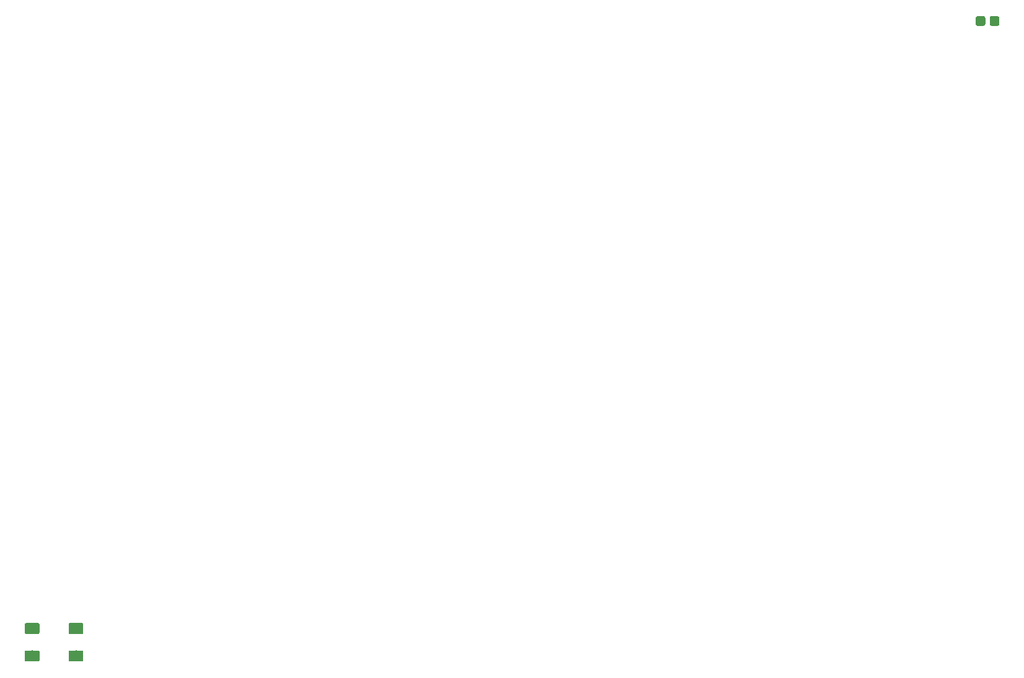
<source format=gtp>
G04 #@! TF.GenerationSoftware,KiCad,Pcbnew,(5.1.4)-1*
G04 #@! TF.CreationDate,2020-03-17T00:39:42-07:00*
G04 #@! TF.ProjectId,mad cat,6d616420-6361-4742-9e6b-696361645f70,rev?*
G04 #@! TF.SameCoordinates,Original*
G04 #@! TF.FileFunction,Paste,Top*
G04 #@! TF.FilePolarity,Positive*
%FSLAX46Y46*%
G04 Gerber Fmt 4.6, Leading zero omitted, Abs format (unit mm)*
G04 Created by KiCad (PCBNEW (5.1.4)-1) date 2020-03-17 00:39:42*
%MOMM*%
%LPD*%
G04 APERTURE LIST*
%ADD10C,0.100000*%
%ADD11C,1.300000*%
%ADD12C,1.500000*%
G04 APERTURE END LIST*
D10*
G36*
X318899504Y-25601204D02*
G01*
X318923773Y-25604804D01*
X318947571Y-25610765D01*
X318970671Y-25619030D01*
X318992849Y-25629520D01*
X319013893Y-25642133D01*
X319033598Y-25656747D01*
X319051777Y-25673223D01*
X319068253Y-25691402D01*
X319082867Y-25711107D01*
X319095480Y-25732151D01*
X319105970Y-25754329D01*
X319114235Y-25777429D01*
X319120196Y-25801227D01*
X319123796Y-25825496D01*
X319125000Y-25850000D01*
X319125000Y-26650000D01*
X319123796Y-26674504D01*
X319120196Y-26698773D01*
X319114235Y-26722571D01*
X319105970Y-26745671D01*
X319095480Y-26767849D01*
X319082867Y-26788893D01*
X319068253Y-26808598D01*
X319051777Y-26826777D01*
X319033598Y-26843253D01*
X319013893Y-26857867D01*
X318992849Y-26870480D01*
X318970671Y-26880970D01*
X318947571Y-26889235D01*
X318923773Y-26895196D01*
X318899504Y-26898796D01*
X318875000Y-26900000D01*
X318050000Y-26900000D01*
X318025496Y-26898796D01*
X318001227Y-26895196D01*
X317977429Y-26889235D01*
X317954329Y-26880970D01*
X317932151Y-26870480D01*
X317911107Y-26857867D01*
X317891402Y-26843253D01*
X317873223Y-26826777D01*
X317856747Y-26808598D01*
X317842133Y-26788893D01*
X317829520Y-26767849D01*
X317819030Y-26745671D01*
X317810765Y-26722571D01*
X317804804Y-26698773D01*
X317801204Y-26674504D01*
X317800000Y-26650000D01*
X317800000Y-25850000D01*
X317801204Y-25825496D01*
X317804804Y-25801227D01*
X317810765Y-25777429D01*
X317819030Y-25754329D01*
X317829520Y-25732151D01*
X317842133Y-25711107D01*
X317856747Y-25691402D01*
X317873223Y-25673223D01*
X317891402Y-25656747D01*
X317911107Y-25642133D01*
X317932151Y-25629520D01*
X317954329Y-25619030D01*
X317977429Y-25610765D01*
X318001227Y-25604804D01*
X318025496Y-25601204D01*
X318050000Y-25600000D01*
X318875000Y-25600000D01*
X318899504Y-25601204D01*
X318899504Y-25601204D01*
G37*
D11*
X318462500Y-26250000D03*
D10*
G36*
X316974504Y-25601204D02*
G01*
X316998773Y-25604804D01*
X317022571Y-25610765D01*
X317045671Y-25619030D01*
X317067849Y-25629520D01*
X317088893Y-25642133D01*
X317108598Y-25656747D01*
X317126777Y-25673223D01*
X317143253Y-25691402D01*
X317157867Y-25711107D01*
X317170480Y-25732151D01*
X317180970Y-25754329D01*
X317189235Y-25777429D01*
X317195196Y-25801227D01*
X317198796Y-25825496D01*
X317200000Y-25850000D01*
X317200000Y-26650000D01*
X317198796Y-26674504D01*
X317195196Y-26698773D01*
X317189235Y-26722571D01*
X317180970Y-26745671D01*
X317170480Y-26767849D01*
X317157867Y-26788893D01*
X317143253Y-26808598D01*
X317126777Y-26826777D01*
X317108598Y-26843253D01*
X317088893Y-26857867D01*
X317067849Y-26870480D01*
X317045671Y-26880970D01*
X317022571Y-26889235D01*
X316998773Y-26895196D01*
X316974504Y-26898796D01*
X316950000Y-26900000D01*
X316125000Y-26900000D01*
X316100496Y-26898796D01*
X316076227Y-26895196D01*
X316052429Y-26889235D01*
X316029329Y-26880970D01*
X316007151Y-26870480D01*
X315986107Y-26857867D01*
X315966402Y-26843253D01*
X315948223Y-26826777D01*
X315931747Y-26808598D01*
X315917133Y-26788893D01*
X315904520Y-26767849D01*
X315894030Y-26745671D01*
X315885765Y-26722571D01*
X315879804Y-26698773D01*
X315876204Y-26674504D01*
X315875000Y-26650000D01*
X315875000Y-25850000D01*
X315876204Y-25825496D01*
X315879804Y-25801227D01*
X315885765Y-25777429D01*
X315894030Y-25754329D01*
X315904520Y-25732151D01*
X315917133Y-25711107D01*
X315931747Y-25691402D01*
X315948223Y-25673223D01*
X315966402Y-25656747D01*
X315986107Y-25642133D01*
X316007151Y-25629520D01*
X316029329Y-25619030D01*
X316052429Y-25610765D01*
X316076227Y-25604804D01*
X316100496Y-25601204D01*
X316125000Y-25600000D01*
X316950000Y-25600000D01*
X316974504Y-25601204D01*
X316974504Y-25601204D01*
G37*
D11*
X316537500Y-26250000D03*
D10*
G36*
X193830878Y-112250903D02*
G01*
X193849079Y-112253603D01*
X193866928Y-112258074D01*
X193884253Y-112264273D01*
X193900887Y-112272140D01*
X193916669Y-112281599D01*
X193931449Y-112292561D01*
X193945083Y-112304917D01*
X193957439Y-112318551D01*
X193968401Y-112333331D01*
X193977860Y-112349113D01*
X193985727Y-112365747D01*
X193991926Y-112383072D01*
X193996397Y-112400921D01*
X193999097Y-112419122D01*
X194000000Y-112437500D01*
X194000000Y-113562500D01*
X193999097Y-113580878D01*
X193996397Y-113599079D01*
X193991926Y-113616928D01*
X193985727Y-113634253D01*
X193977860Y-113650887D01*
X193968401Y-113666669D01*
X193957439Y-113681449D01*
X193945083Y-113695083D01*
X193931449Y-113707439D01*
X193916669Y-113718401D01*
X193900887Y-113727860D01*
X193884253Y-113735727D01*
X193866928Y-113741926D01*
X193849079Y-113746397D01*
X193830878Y-113749097D01*
X193812500Y-113750000D01*
X192187500Y-113750000D01*
X192169122Y-113749097D01*
X192150921Y-113746397D01*
X192133072Y-113741926D01*
X192115747Y-113735727D01*
X192099113Y-113727860D01*
X192083331Y-113718401D01*
X192068551Y-113707439D01*
X192054917Y-113695083D01*
X192042561Y-113681449D01*
X192031599Y-113666669D01*
X192022140Y-113650887D01*
X192014273Y-113634253D01*
X192008074Y-113616928D01*
X192003603Y-113599079D01*
X192000903Y-113580878D01*
X192000000Y-113562500D01*
X192000000Y-112437500D01*
X192000903Y-112419122D01*
X192003603Y-112400921D01*
X192008074Y-112383072D01*
X192014273Y-112365747D01*
X192022140Y-112349113D01*
X192031599Y-112333331D01*
X192042561Y-112318551D01*
X192054917Y-112304917D01*
X192068551Y-112292561D01*
X192083331Y-112281599D01*
X192099113Y-112272140D01*
X192115747Y-112264273D01*
X192133072Y-112258074D01*
X192150921Y-112253603D01*
X192169122Y-112250903D01*
X192187500Y-112250000D01*
X193812500Y-112250000D01*
X193830878Y-112250903D01*
X193830878Y-112250903D01*
G37*
D12*
X193000000Y-113000000D03*
D10*
G36*
X187830878Y-112250903D02*
G01*
X187849079Y-112253603D01*
X187866928Y-112258074D01*
X187884253Y-112264273D01*
X187900887Y-112272140D01*
X187916669Y-112281599D01*
X187931449Y-112292561D01*
X187945083Y-112304917D01*
X187957439Y-112318551D01*
X187968401Y-112333331D01*
X187977860Y-112349113D01*
X187985727Y-112365747D01*
X187991926Y-112383072D01*
X187996397Y-112400921D01*
X187999097Y-112419122D01*
X188000000Y-112437500D01*
X188000000Y-113562500D01*
X187999097Y-113580878D01*
X187996397Y-113599079D01*
X187991926Y-113616928D01*
X187985727Y-113634253D01*
X187977860Y-113650887D01*
X187968401Y-113666669D01*
X187957439Y-113681449D01*
X187945083Y-113695083D01*
X187931449Y-113707439D01*
X187916669Y-113718401D01*
X187900887Y-113727860D01*
X187884253Y-113735727D01*
X187866928Y-113741926D01*
X187849079Y-113746397D01*
X187830878Y-113749097D01*
X187812500Y-113750000D01*
X186187500Y-113750000D01*
X186169122Y-113749097D01*
X186150921Y-113746397D01*
X186133072Y-113741926D01*
X186115747Y-113735727D01*
X186099113Y-113727860D01*
X186083331Y-113718401D01*
X186068551Y-113707439D01*
X186054917Y-113695083D01*
X186042561Y-113681449D01*
X186031599Y-113666669D01*
X186022140Y-113650887D01*
X186014273Y-113634253D01*
X186008074Y-113616928D01*
X186003603Y-113599079D01*
X186000903Y-113580878D01*
X186000000Y-113562500D01*
X186000000Y-112437500D01*
X186000903Y-112419122D01*
X186003603Y-112400921D01*
X186008074Y-112383072D01*
X186014273Y-112365747D01*
X186022140Y-112349113D01*
X186031599Y-112333331D01*
X186042561Y-112318551D01*
X186054917Y-112304917D01*
X186068551Y-112292561D01*
X186083331Y-112281599D01*
X186099113Y-112272140D01*
X186115747Y-112264273D01*
X186133072Y-112258074D01*
X186150921Y-112253603D01*
X186169122Y-112250903D01*
X186187500Y-112250000D01*
X187812500Y-112250000D01*
X187830878Y-112250903D01*
X187830878Y-112250903D01*
G37*
D12*
X187000000Y-113000000D03*
D10*
G36*
X193830878Y-108500903D02*
G01*
X193849079Y-108503603D01*
X193866928Y-108508074D01*
X193884253Y-108514273D01*
X193900887Y-108522140D01*
X193916669Y-108531599D01*
X193931449Y-108542561D01*
X193945083Y-108554917D01*
X193957439Y-108568551D01*
X193968401Y-108583331D01*
X193977860Y-108599113D01*
X193985727Y-108615747D01*
X193991926Y-108633072D01*
X193996397Y-108650921D01*
X193999097Y-108669122D01*
X194000000Y-108687500D01*
X194000000Y-109812500D01*
X193999097Y-109830878D01*
X193996397Y-109849079D01*
X193991926Y-109866928D01*
X193985727Y-109884253D01*
X193977860Y-109900887D01*
X193968401Y-109916669D01*
X193957439Y-109931449D01*
X193945083Y-109945083D01*
X193931449Y-109957439D01*
X193916669Y-109968401D01*
X193900887Y-109977860D01*
X193884253Y-109985727D01*
X193866928Y-109991926D01*
X193849079Y-109996397D01*
X193830878Y-109999097D01*
X193812500Y-110000000D01*
X192187500Y-110000000D01*
X192169122Y-109999097D01*
X192150921Y-109996397D01*
X192133072Y-109991926D01*
X192115747Y-109985727D01*
X192099113Y-109977860D01*
X192083331Y-109968401D01*
X192068551Y-109957439D01*
X192054917Y-109945083D01*
X192042561Y-109931449D01*
X192031599Y-109916669D01*
X192022140Y-109900887D01*
X192014273Y-109884253D01*
X192008074Y-109866928D01*
X192003603Y-109849079D01*
X192000903Y-109830878D01*
X192000000Y-109812500D01*
X192000000Y-108687500D01*
X192000903Y-108669122D01*
X192003603Y-108650921D01*
X192008074Y-108633072D01*
X192014273Y-108615747D01*
X192022140Y-108599113D01*
X192031599Y-108583331D01*
X192042561Y-108568551D01*
X192054917Y-108554917D01*
X192068551Y-108542561D01*
X192083331Y-108531599D01*
X192099113Y-108522140D01*
X192115747Y-108514273D01*
X192133072Y-108508074D01*
X192150921Y-108503603D01*
X192169122Y-108500903D01*
X192187500Y-108500000D01*
X193812500Y-108500000D01*
X193830878Y-108500903D01*
X193830878Y-108500903D01*
G37*
D12*
X193000000Y-109250000D03*
D10*
G36*
X187830878Y-108500903D02*
G01*
X187849079Y-108503603D01*
X187866928Y-108508074D01*
X187884253Y-108514273D01*
X187900887Y-108522140D01*
X187916669Y-108531599D01*
X187931449Y-108542561D01*
X187945083Y-108554917D01*
X187957439Y-108568551D01*
X187968401Y-108583331D01*
X187977860Y-108599113D01*
X187985727Y-108615747D01*
X187991926Y-108633072D01*
X187996397Y-108650921D01*
X187999097Y-108669122D01*
X188000000Y-108687500D01*
X188000000Y-109812500D01*
X187999097Y-109830878D01*
X187996397Y-109849079D01*
X187991926Y-109866928D01*
X187985727Y-109884253D01*
X187977860Y-109900887D01*
X187968401Y-109916669D01*
X187957439Y-109931449D01*
X187945083Y-109945083D01*
X187931449Y-109957439D01*
X187916669Y-109968401D01*
X187900887Y-109977860D01*
X187884253Y-109985727D01*
X187866928Y-109991926D01*
X187849079Y-109996397D01*
X187830878Y-109999097D01*
X187812500Y-110000000D01*
X186187500Y-110000000D01*
X186169122Y-109999097D01*
X186150921Y-109996397D01*
X186133072Y-109991926D01*
X186115747Y-109985727D01*
X186099113Y-109977860D01*
X186083331Y-109968401D01*
X186068551Y-109957439D01*
X186054917Y-109945083D01*
X186042561Y-109931449D01*
X186031599Y-109916669D01*
X186022140Y-109900887D01*
X186014273Y-109884253D01*
X186008074Y-109866928D01*
X186003603Y-109849079D01*
X186000903Y-109830878D01*
X186000000Y-109812500D01*
X186000000Y-108687500D01*
X186000903Y-108669122D01*
X186003603Y-108650921D01*
X186008074Y-108633072D01*
X186014273Y-108615747D01*
X186022140Y-108599113D01*
X186031599Y-108583331D01*
X186042561Y-108568551D01*
X186054917Y-108554917D01*
X186068551Y-108542561D01*
X186083331Y-108531599D01*
X186099113Y-108522140D01*
X186115747Y-108514273D01*
X186133072Y-108508074D01*
X186150921Y-108503603D01*
X186169122Y-108500903D01*
X186187500Y-108500000D01*
X187812500Y-108500000D01*
X187830878Y-108500903D01*
X187830878Y-108500903D01*
G37*
D12*
X187000000Y-109250000D03*
M02*

</source>
